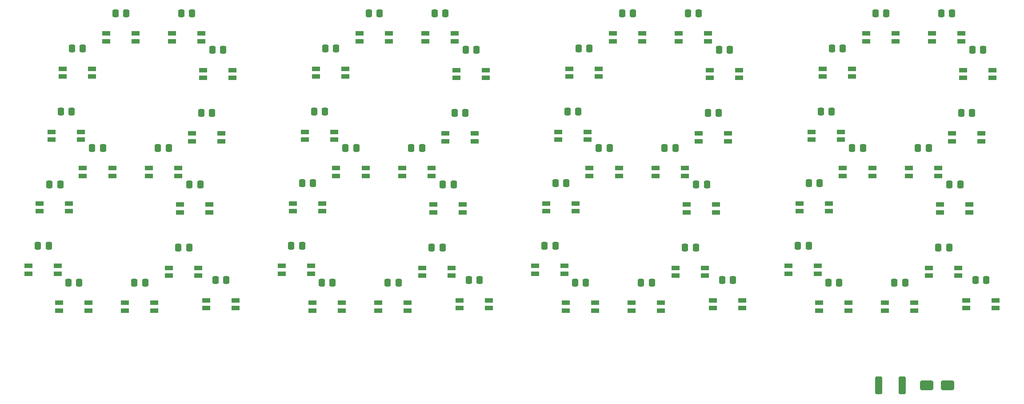
<source format=gbr>
%TF.GenerationSoftware,KiCad,Pcbnew,9.0.4*%
%TF.CreationDate,2025-08-31T21:09:01+02:00*%
%TF.ProjectId,n-teller-xl-diy,6e2d7465-6c6c-4657-922d-786c2d646979,1.0*%
%TF.SameCoordinates,Original*%
%TF.FileFunction,Paste,Bot*%
%TF.FilePolarity,Positive*%
%FSLAX46Y46*%
G04 Gerber Fmt 4.6, Leading zero omitted, Abs format (unit mm)*
G04 Created by KiCad (PCBNEW 9.0.4) date 2025-08-31 21:09:01*
%MOMM*%
%LPD*%
G01*
G04 APERTURE LIST*
G04 Aperture macros list*
%AMRoundRect*
0 Rectangle with rounded corners*
0 $1 Rounding radius*
0 $2 $3 $4 $5 $6 $7 $8 $9 X,Y pos of 4 corners*
0 Add a 4 corners polygon primitive as box body*
4,1,4,$2,$3,$4,$5,$6,$7,$8,$9,$2,$3,0*
0 Add four circle primitives for the rounded corners*
1,1,$1+$1,$2,$3*
1,1,$1+$1,$4,$5*
1,1,$1+$1,$6,$7*
1,1,$1+$1,$8,$9*
0 Add four rect primitives between the rounded corners*
20,1,$1+$1,$2,$3,$4,$5,0*
20,1,$1+$1,$4,$5,$6,$7,0*
20,1,$1+$1,$6,$7,$8,$9,0*
20,1,$1+$1,$8,$9,$2,$3,0*%
G04 Aperture macros list end*
%ADD10RoundRect,0.250000X-0.337500X-0.475000X0.337500X-0.475000X0.337500X0.475000X-0.337500X0.475000X0*%
%ADD11R,1.600000X0.820000*%
%ADD12RoundRect,0.250000X-1.000000X-0.650000X1.000000X-0.650000X1.000000X0.650000X-1.000000X0.650000X0*%
%ADD13RoundRect,0.250000X-0.400000X-1.450000X0.400000X-1.450000X0.400000X1.450000X-0.400000X1.450000X0*%
G04 APERTURE END LIST*
D10*
%TO.C,C15*%
X69512500Y30250000D03*
X71587500Y30250000D03*
%TD*%
%TO.C,C59*%
X-79697500Y4600000D03*
X-77622500Y4600000D03*
%TD*%
%TO.C,C44*%
X-14447500Y30250000D03*
X-12372500Y30250000D03*
%TD*%
D11*
%TO.C,D2DP1*%
X38570000Y-24410000D03*
X38570000Y-25910000D03*
X44170000Y-25910000D03*
X44170000Y-24410000D03*
%TD*%
D10*
%TO.C,C5*%
X77622500Y4600000D03*
X79697500Y4600000D03*
%TD*%
%TO.C,C14*%
X73102500Y-21050000D03*
X75177500Y-21050000D03*
%TD*%
%TO.C,C52*%
X-85687500Y11530000D03*
X-83612500Y11530000D03*
%TD*%
D11*
%TO.C,D1E2*%
X52980000Y-17850000D03*
X52980000Y-19350000D03*
X58580000Y-19350000D03*
X58580000Y-17850000D03*
%TD*%
%TO.C,D1E1*%
X55070000Y-5970000D03*
X55070000Y-7470000D03*
X60670000Y-7470000D03*
X60670000Y-5970000D03*
%TD*%
%TO.C,D3C2*%
X-16790000Y-18230000D03*
X-16790000Y-19730000D03*
X-11190000Y-19730000D03*
X-11190000Y-18230000D03*
%TD*%
%TO.C,D3C1*%
X-14670000Y-6190000D03*
X-14670000Y-7690000D03*
X-9070000Y-7690000D03*
X-9070000Y-6190000D03*
%TD*%
D10*
%TO.C,C27*%
X29362500Y4600000D03*
X31437500Y4600000D03*
%TD*%
%TO.C,C29*%
X10832500Y11530000D03*
X12907500Y11530000D03*
%TD*%
D11*
%TO.C,D3B2*%
X-12410000Y7400000D03*
X-12410000Y5900000D03*
X-6810000Y5900000D03*
X-6810000Y7400000D03*
%TD*%
D10*
%TO.C,C62*%
X-84227500Y-21050000D03*
X-82152500Y-21050000D03*
%TD*%
%TO.C,C45*%
X-10647500Y11250000D03*
X-8572500Y11250000D03*
%TD*%
D11*
%TO.C,D4G1*%
X-81460000Y750000D03*
X-81460000Y-750000D03*
X-75860000Y-750000D03*
X-75860000Y750000D03*
%TD*%
D10*
%TO.C,C60*%
X-87847500Y-2307350D03*
X-85772500Y-2307350D03*
%TD*%
%TO.C,C55*%
X-67157500Y4600000D03*
X-65082500Y4600000D03*
%TD*%
%TO.C,C11*%
X85872500Y11250000D03*
X87947500Y11250000D03*
%TD*%
D11*
%TO.C,D3F1*%
X-37070000Y19700000D03*
X-37070000Y18200000D03*
X-31470000Y18200000D03*
X-31470000Y19700000D03*
%TD*%
%TO.C,D4F1*%
X-85330000Y19700000D03*
X-85330000Y18200000D03*
X-79730000Y18200000D03*
X-79730000Y19700000D03*
%TD*%
D10*
%TO.C,C48*%
X-18897500Y4600000D03*
X-16822500Y4600000D03*
%TD*%
D11*
%TO.C,D2D1*%
X10530000Y-24900000D03*
X10530000Y-26400000D03*
X16130000Y-26400000D03*
X16130000Y-24900000D03*
%TD*%
D10*
%TO.C,C49*%
X-58907500Y11250000D03*
X-56832500Y11250000D03*
%TD*%
%TO.C,C50*%
X-56797500Y23290000D03*
X-54722500Y23290000D03*
%TD*%
D12*
%TO.C,D6*%
X79280000Y-40640000D03*
X83280000Y-40640000D03*
%TD*%
D11*
%TO.C,D4A2*%
X-64470000Y26400000D03*
X-64470000Y24900000D03*
X-58870000Y24900000D03*
X-58870000Y26400000D03*
%TD*%
%TO.C,D1A2*%
X80310000Y26400000D03*
X80310000Y24900000D03*
X85910000Y24900000D03*
X85910000Y26400000D03*
%TD*%
%TO.C,D4B1*%
X-58560000Y19440000D03*
X-58560000Y17940000D03*
X-52960000Y17940000D03*
X-52960000Y19440000D03*
%TD*%
D10*
%TO.C,C4*%
X87982500Y23290000D03*
X90057500Y23290000D03*
%TD*%
D11*
%TO.C,D2B1*%
X37960000Y19440000D03*
X37960000Y17940000D03*
X43560000Y17940000D03*
X43560000Y19440000D03*
%TD*%
%TO.C,D3A1*%
X-28770000Y26400000D03*
X-28770000Y24900000D03*
X-23170000Y24900000D03*
X-23170000Y26400000D03*
%TD*%
D10*
%TO.C,C6*%
X65082500Y4600000D03*
X67157500Y4600000D03*
%TD*%
D11*
%TO.C,D3A2*%
X-16210000Y26400000D03*
X-16210000Y24900000D03*
X-10610000Y24900000D03*
X-10610000Y26400000D03*
%TD*%
D10*
%TO.C,C37*%
X-37427500Y11530000D03*
X-35352500Y11530000D03*
%TD*%
%TO.C,C63*%
X-90037500Y-14000000D03*
X-87962500Y-14000000D03*
%TD*%
D11*
%TO.C,D2C2*%
X31470000Y-18230000D03*
X31470000Y-19730000D03*
X37070000Y-19730000D03*
X37070000Y-18230000D03*
%TD*%
D10*
%TO.C,C25*%
X12292500Y-21050000D03*
X14367500Y-21050000D03*
%TD*%
D11*
%TO.C,D3E2*%
X-43540000Y-17850000D03*
X-43540000Y-19350000D03*
X-37940000Y-19350000D03*
X-37940000Y-17850000D03*
%TD*%
%TO.C,D2G2*%
X27600000Y750000D03*
X27600000Y-750000D03*
X33200000Y-750000D03*
X33200000Y750000D03*
%TD*%
D10*
%TO.C,C54*%
X-75267500Y30250000D03*
X-73192500Y30250000D03*
%TD*%
D11*
%TO.C,D4D1*%
X-85990000Y-24900000D03*
X-85990000Y-26400000D03*
X-80390000Y-26400000D03*
X-80390000Y-24900000D03*
%TD*%
D10*
%TO.C,C9*%
X61212500Y23550000D03*
X63287500Y23550000D03*
%TD*%
%TO.C,C51*%
X-62707500Y30250000D03*
X-60632500Y30250000D03*
%TD*%
D11*
%TO.C,D3D2*%
X-25180000Y-24900000D03*
X-25180000Y-26400000D03*
X-19580000Y-26400000D03*
X-19580000Y-24900000D03*
%TD*%
%TO.C,D3D1*%
X-37730000Y-24900000D03*
X-37730000Y-26400000D03*
X-32130000Y-26400000D03*
X-32130000Y-24900000D03*
%TD*%
D10*
%TO.C,C16*%
X54742500Y-14000000D03*
X56817500Y-14000000D03*
%TD*%
%TO.C,C7*%
X88592500Y-20560000D03*
X90667500Y-20560000D03*
%TD*%
D11*
%TO.C,D1C2*%
X79730000Y-18230000D03*
X79730000Y-19730000D03*
X85330000Y-19730000D03*
X85330000Y-18230000D03*
%TD*%
%TO.C,D1C1*%
X81850000Y-6190000D03*
X81850000Y-7690000D03*
X87450000Y-7690000D03*
X87450000Y-6190000D03*
%TD*%
%TO.C,D2A2*%
X32050000Y26400000D03*
X32050000Y24900000D03*
X37650000Y24900000D03*
X37650000Y26400000D03*
%TD*%
%TO.C,D4E2*%
X-91800000Y-17850000D03*
X-91800000Y-19350000D03*
X-86200000Y-19350000D03*
X-86200000Y-17850000D03*
%TD*%
D10*
%TO.C,C26*%
X40332500Y-20560000D03*
X42407500Y-20560000D03*
%TD*%
D11*
%TO.C,D4C1*%
X-62930000Y-6190000D03*
X-62930000Y-7690000D03*
X-57330000Y-7690000D03*
X-57330000Y-6190000D03*
%TD*%
D10*
%TO.C,C38*%
X-27007500Y30250000D03*
X-24932500Y30250000D03*
%TD*%
%TO.C,C22*%
X16822500Y4600000D03*
X18897500Y4600000D03*
%TD*%
D11*
%TO.C,D4G2*%
X-68920000Y750000D03*
X-68920000Y-750000D03*
X-63320000Y-750000D03*
X-63320000Y750000D03*
%TD*%
%TO.C,D1B2*%
X84110000Y7400000D03*
X84110000Y5900000D03*
X89710000Y5900000D03*
X89710000Y7400000D03*
%TD*%
%TO.C,D4B2*%
X-60670000Y7400000D03*
X-60670000Y5900000D03*
X-55070000Y5900000D03*
X-55070000Y7400000D03*
%TD*%
%TO.C,D2E2*%
X4720000Y-17850000D03*
X4720000Y-19350000D03*
X10320000Y-19350000D03*
X10320000Y-17850000D03*
%TD*%
D10*
%TO.C,C42*%
X-31437500Y4600000D03*
X-29362500Y4600000D03*
%TD*%
D13*
%TO.C,F1*%
X70165000Y-40640000D03*
X74615000Y-40640000D03*
%TD*%
D11*
%TO.C,D3F2*%
X-39190000Y7680000D03*
X-39190000Y6180000D03*
X-33590000Y6180000D03*
X-33590000Y7680000D03*
%TD*%
%TO.C,D4E1*%
X-89710000Y-5970000D03*
X-89710000Y-7470000D03*
X-84110000Y-7470000D03*
X-84110000Y-5970000D03*
%TD*%
D10*
%TO.C,C31*%
X24842500Y-21050000D03*
X26917500Y-21050000D03*
%TD*%
%TO.C,C46*%
X-7927500Y-20560000D03*
X-5852500Y-20560000D03*
%TD*%
D11*
%TO.C,D3DP1*%
X-9690000Y-24410000D03*
X-9690000Y-25910000D03*
X-4090000Y-25910000D03*
X-4090000Y-24410000D03*
%TD*%
D10*
%TO.C,C53*%
X-83567500Y23550000D03*
X-81492500Y23550000D03*
%TD*%
%TO.C,C57*%
X-63287500Y-14380000D03*
X-61212500Y-14380000D03*
%TD*%
%TO.C,C61*%
X-56187500Y-20560000D03*
X-54112500Y-20560000D03*
%TD*%
%TO.C,C32*%
X33232500Y-14380000D03*
X35307500Y-14380000D03*
%TD*%
D11*
%TO.C,D4F2*%
X-87450000Y7680000D03*
X-87450000Y6180000D03*
X-81850000Y6180000D03*
X-81850000Y7680000D03*
%TD*%
%TO.C,D2F1*%
X11190000Y19700000D03*
X11190000Y18200000D03*
X16790000Y18200000D03*
X16790000Y19700000D03*
%TD*%
%TO.C,D4A1*%
X-77030000Y26400000D03*
X-77030000Y24900000D03*
X-71430000Y24900000D03*
X-71430000Y26400000D03*
%TD*%
D10*
%TO.C,C33*%
X35352500Y-2340000D03*
X37427500Y-2340000D03*
%TD*%
%TO.C,C58*%
X-71677500Y-21050000D03*
X-69602500Y-21050000D03*
%TD*%
%TO.C,C41*%
X-35967500Y-21050000D03*
X-33892500Y-21050000D03*
%TD*%
%TO.C,C12*%
X81492500Y-14380000D03*
X83567500Y-14380000D03*
%TD*%
D11*
%TO.C,D2B2*%
X35850000Y7400000D03*
X35850000Y5900000D03*
X41450000Y5900000D03*
X41450000Y7400000D03*
%TD*%
%TO.C,D1F2*%
X57330000Y7680000D03*
X57330000Y6180000D03*
X62930000Y6180000D03*
X62930000Y7680000D03*
%TD*%
%TO.C,D1A1*%
X67750000Y26400000D03*
X67750000Y24900000D03*
X73350000Y24900000D03*
X73350000Y26400000D03*
%TD*%
D10*
%TO.C,C23*%
X12952500Y23550000D03*
X15027500Y23550000D03*
%TD*%
D11*
%TO.C,D3E1*%
X-41450000Y-5970000D03*
X-41450000Y-7470000D03*
X-35850000Y-7470000D03*
X-35850000Y-5970000D03*
%TD*%
%TO.C,D3G1*%
X-33200000Y750000D03*
X-33200000Y-750000D03*
X-27600000Y-750000D03*
X-27600000Y750000D03*
%TD*%
%TO.C,D1D2*%
X71340000Y-24900000D03*
X71340000Y-26400000D03*
X76940000Y-26400000D03*
X76940000Y-24900000D03*
%TD*%
%TO.C,D4C2*%
X-65050000Y-18230000D03*
X-65050000Y-19730000D03*
X-59450000Y-19730000D03*
X-59450000Y-18230000D03*
%TD*%
D10*
%TO.C,C8*%
X83612500Y-2340000D03*
X85687500Y-2340000D03*
%TD*%
D11*
%TO.C,D2F2*%
X9070000Y7680000D03*
X9070000Y6180000D03*
X14670000Y6180000D03*
X14670000Y7680000D03*
%TD*%
D10*
%TO.C,C34*%
X-23417500Y-21050000D03*
X-21342500Y-21050000D03*
%TD*%
D11*
%TO.C,D3B1*%
X-10300000Y19440000D03*
X-10300000Y17940000D03*
X-4700000Y17940000D03*
X-4700000Y19440000D03*
%TD*%
%TO.C,D2C1*%
X33590000Y-6190000D03*
X33590000Y-7690000D03*
X39190000Y-7690000D03*
X39190000Y-6190000D03*
%TD*%
D10*
%TO.C,C19*%
X8572500Y-2120000D03*
X10647500Y-2120000D03*
%TD*%
%TO.C,C21*%
X37612500Y11250000D03*
X39687500Y11250000D03*
%TD*%
D11*
%TO.C,D2G1*%
X15060000Y750000D03*
X15060000Y-750000D03*
X20660000Y-750000D03*
X20660000Y750000D03*
%TD*%
D10*
%TO.C,C43*%
X-35307500Y23550000D03*
X-33232500Y23550000D03*
%TD*%
D11*
%TO.C,D2E1*%
X6810000Y-5970000D03*
X6810000Y-7470000D03*
X12410000Y-7470000D03*
X12410000Y-5970000D03*
%TD*%
%TO.C,D1G2*%
X75860000Y750000D03*
X75860000Y-750000D03*
X81460000Y-750000D03*
X81460000Y750000D03*
%TD*%
%TO.C,D3G2*%
X-20660000Y750000D03*
X-20660000Y-750000D03*
X-15060000Y-750000D03*
X-15060000Y750000D03*
%TD*%
D10*
%TO.C,C39*%
X-8537500Y23290000D03*
X-6462500Y23290000D03*
%TD*%
D11*
%TO.C,D2A1*%
X19490000Y26400000D03*
X19490000Y24900000D03*
X25090000Y24900000D03*
X25090000Y26400000D03*
%TD*%
D10*
%TO.C,C56*%
X-61167500Y-2340000D03*
X-59092500Y-2340000D03*
%TD*%
%TO.C,C24*%
X21252500Y30250000D03*
X23327500Y30250000D03*
%TD*%
%TO.C,C30*%
X33812500Y30250000D03*
X35887500Y30250000D03*
%TD*%
D11*
%TO.C,D4DP1*%
X-57950000Y-24410000D03*
X-57950000Y-25910000D03*
X-52350000Y-25910000D03*
X-52350000Y-24410000D03*
%TD*%
D10*
%TO.C,C20*%
X6482500Y-14000000D03*
X8557500Y-14000000D03*
%TD*%
%TO.C,C3*%
X59092500Y11530000D03*
X61167500Y11530000D03*
%TD*%
%TO.C,C40*%
X-15027500Y-14380000D03*
X-12952500Y-14380000D03*
%TD*%
D11*
%TO.C,D4D2*%
X-73440000Y-24900000D03*
X-73440000Y-26400000D03*
X-67840000Y-26400000D03*
X-67840000Y-24900000D03*
%TD*%
D10*
%TO.C,C13*%
X82072500Y30250000D03*
X84147500Y30250000D03*
%TD*%
D11*
%TO.C,D1F1*%
X59450000Y19700000D03*
X59450000Y18200000D03*
X65050000Y18200000D03*
X65050000Y19700000D03*
%TD*%
%TO.C,D2D2*%
X23080000Y-24900000D03*
X23080000Y-26400000D03*
X28680000Y-26400000D03*
X28680000Y-24900000D03*
%TD*%
D10*
%TO.C,C10*%
X60552500Y-21050000D03*
X62627500Y-21050000D03*
%TD*%
D11*
%TO.C,D1D1*%
X58790000Y-24900000D03*
X58790000Y-26400000D03*
X64390000Y-26400000D03*
X64390000Y-24900000D03*
%TD*%
D10*
%TO.C,C47*%
X-12907500Y-2340000D03*
X-10832500Y-2340000D03*
%TD*%
%TO.C,C36*%
X-39687500Y-2120000D03*
X-37612500Y-2120000D03*
%TD*%
D11*
%TO.C,D1B1*%
X86220000Y19440000D03*
X86220000Y17940000D03*
X91820000Y17940000D03*
X91820000Y19440000D03*
%TD*%
D10*
%TO.C,C28*%
X39722500Y23290000D03*
X41797500Y23290000D03*
%TD*%
%TO.C,C17*%
X56832500Y-2120000D03*
X58907500Y-2120000D03*
%TD*%
%TO.C,C35*%
X-41777500Y-14000000D03*
X-39702500Y-14000000D03*
%TD*%
D11*
%TO.C,D1DP1*%
X86830000Y-24410000D03*
X86830000Y-25910000D03*
X92430000Y-25910000D03*
X92430000Y-24410000D03*
%TD*%
%TO.C,D1G1*%
X63320000Y750000D03*
X63320000Y-750000D03*
X68920000Y-750000D03*
X68920000Y750000D03*
%TD*%
M02*

</source>
